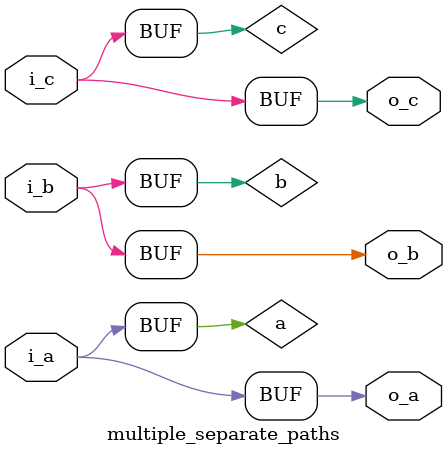
<source format=sv>
module multiple_separate_paths
  (
    input logic i_a,
    input logic i_b,
    input logic i_c,
    output logic o_a,
    output logic o_b,
    output logic o_c
  );

  logic a;
  logic b;
  logic c;

  assign a = i_a;
  assign b = i_b;
  assign c = i_c;

  assign o_a = a;
  assign o_b = b;
  assign o_c = c;

endmodule

</source>
